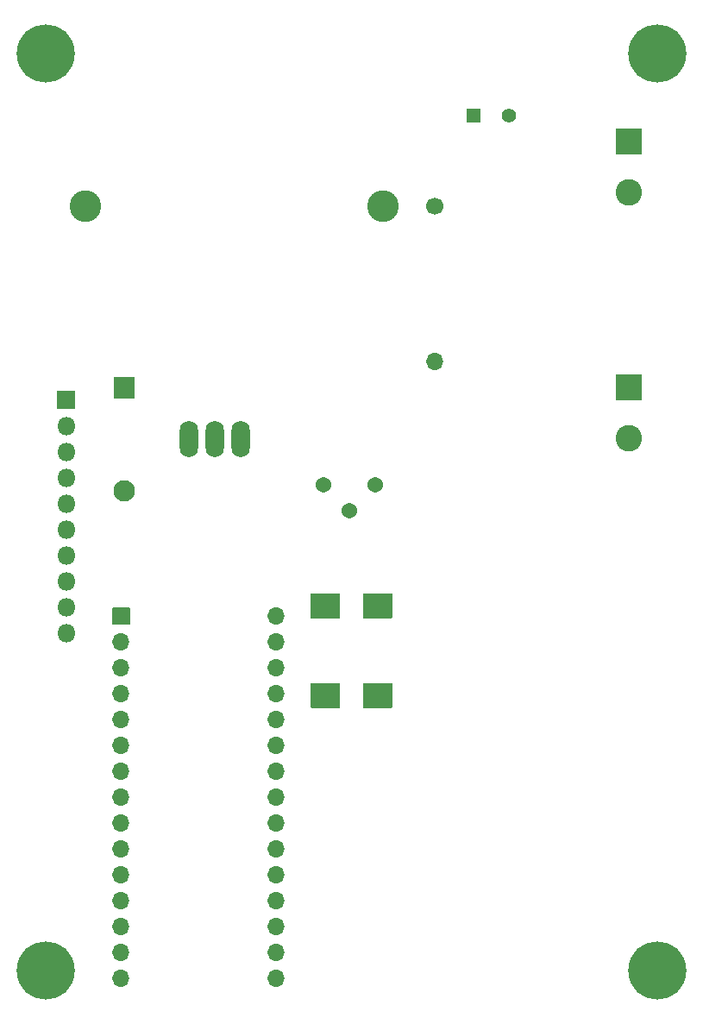
<source format=gbr>
%TF.GenerationSoftware,KiCad,Pcbnew,5.1.10*%
%TF.CreationDate,2021-10-26T18:05:11-04:00*%
%TF.ProjectId,BREAD_Slice,42524541-445f-4536-9c69-63652e6b6963,rev?*%
%TF.SameCoordinates,Original*%
%TF.FileFunction,Soldermask,Bot*%
%TF.FilePolarity,Negative*%
%FSLAX46Y46*%
G04 Gerber Fmt 4.6, Leading zero omitted, Abs format (unit mm)*
G04 Created by KiCad (PCBNEW 5.1.10) date 2021-10-26 18:05:11*
%MOMM*%
%LPD*%
G01*
G04 APERTURE LIST*
%ADD10O,1.700000X1.700000*%
%ADD11C,1.700000*%
%ADD12C,1.540000*%
%ADD13O,1.799260X3.600120*%
%ADD14C,3.100000*%
%ADD15C,2.600000*%
%ADD16C,2.098980*%
%ADD17C,1.400000*%
%ADD18C,5.700000*%
%ADD19O,1.800000X1.800000*%
G04 APERTURE END LIST*
D10*
%TO.C,R1*%
X165780000Y-75030000D03*
D11*
X165780000Y-59790000D03*
%TD*%
D12*
%TO.C,RV1*%
X154850000Y-87120000D03*
X157390000Y-89660000D03*
X159930000Y-87120000D03*
%TD*%
D13*
%TO.C,Q1*%
X141650000Y-82650000D03*
X146730000Y-82650000D03*
X144190000Y-82650000D03*
%TD*%
D14*
%TO.C,L1*%
X160690000Y-59790000D03*
X131490000Y-59790000D03*
%TD*%
D15*
%TO.C,J3*%
X184830000Y-58440000D03*
G36*
G01*
X183580000Y-52140000D02*
X186080000Y-52140000D01*
G75*
G02*
X186130000Y-52190000I0J-50000D01*
G01*
X186130000Y-54690000D01*
G75*
G02*
X186080000Y-54740000I-50000J0D01*
G01*
X183580000Y-54740000D01*
G75*
G02*
X183530000Y-54690000I0J50000D01*
G01*
X183530000Y-52190000D01*
G75*
G02*
X183580000Y-52140000I50000J0D01*
G01*
G37*
%TD*%
%TO.C,J2*%
X184830000Y-82570000D03*
G36*
G01*
X183580000Y-76270000D02*
X186080000Y-76270000D01*
G75*
G02*
X186130000Y-76320000I0J-50000D01*
G01*
X186130000Y-78820000D01*
G75*
G02*
X186080000Y-78870000I-50000J0D01*
G01*
X183580000Y-78870000D01*
G75*
G02*
X183530000Y-78820000I0J50000D01*
G01*
X183530000Y-76320000D01*
G75*
G02*
X183580000Y-76270000I50000J0D01*
G01*
G37*
%TD*%
%TO.C,D1*%
G36*
G01*
X136302030Y-78619490D02*
X134303050Y-78619490D01*
G75*
G02*
X134253050Y-78569490I0J50000D01*
G01*
X134253050Y-76570510D01*
G75*
G02*
X134303050Y-76520510I50000J0D01*
G01*
X136302030Y-76520510D01*
G75*
G02*
X136352030Y-76570510I0J-50000D01*
G01*
X136352030Y-78569490D01*
G75*
G02*
X136302030Y-78619490I-50000J0D01*
G01*
G37*
D16*
X135302540Y-87730000D03*
%TD*%
%TO.C,C3*%
G36*
G01*
X168890000Y-51550000D02*
X168890000Y-50250000D01*
G75*
G02*
X168940000Y-50200000I50000J0D01*
G01*
X170240000Y-50200000D01*
G75*
G02*
X170290000Y-50250000I0J-50000D01*
G01*
X170290000Y-51550000D01*
G75*
G02*
X170240000Y-51600000I-50000J0D01*
G01*
X168940000Y-51600000D01*
G75*
G02*
X168890000Y-51550000I0J50000D01*
G01*
G37*
D17*
X173090000Y-50900000D03*
%TD*%
D18*
%TO.C,H4*%
X187600000Y-134800000D03*
%TD*%
%TO.C,H3*%
X127600000Y-134800000D03*
%TD*%
%TO.C,H2*%
X187600000Y-44800000D03*
%TD*%
%TO.C,H1*%
X127600000Y-44800000D03*
%TD*%
%TO.C,C1*%
G36*
G01*
X158735000Y-100175001D02*
X158735000Y-97824999D01*
G75*
G02*
X158784999Y-97775000I49999J0D01*
G01*
X161555001Y-97775000D01*
G75*
G02*
X161605000Y-97824999I0J-49999D01*
G01*
X161605000Y-100175001D01*
G75*
G02*
X161555001Y-100225000I-49999J0D01*
G01*
X158784999Y-100225000D01*
G75*
G02*
X158735000Y-100175001I0J49999D01*
G01*
G37*
G36*
G01*
X153595000Y-100175001D02*
X153595000Y-97824999D01*
G75*
G02*
X153644999Y-97775000I49999J0D01*
G01*
X156415001Y-97775000D01*
G75*
G02*
X156465000Y-97824999I0J-49999D01*
G01*
X156465000Y-100175001D01*
G75*
G02*
X156415001Y-100225000I-49999J0D01*
G01*
X153644999Y-100225000D01*
G75*
G02*
X153595000Y-100175001I0J49999D01*
G01*
G37*
%TD*%
%TO.C,A1*%
G36*
G01*
X134150000Y-100800000D02*
X134150000Y-99200000D01*
G75*
G02*
X134200000Y-99150000I50000J0D01*
G01*
X135800000Y-99150000D01*
G75*
G02*
X135850000Y-99200000I0J-50000D01*
G01*
X135850000Y-100800000D01*
G75*
G02*
X135800000Y-100850000I-50000J0D01*
G01*
X134200000Y-100850000D01*
G75*
G02*
X134150000Y-100800000I0J50000D01*
G01*
G37*
D10*
X150240000Y-133020000D03*
X135000000Y-102540000D03*
X150240000Y-130480000D03*
X135000000Y-105080000D03*
X150240000Y-127940000D03*
X135000000Y-107620000D03*
X150240000Y-125400000D03*
X135000000Y-110160000D03*
X150240000Y-122860000D03*
X135000000Y-112700000D03*
X150240000Y-120320000D03*
X135000000Y-115240000D03*
X150240000Y-117780000D03*
X135000000Y-117780000D03*
X150240000Y-115240000D03*
X135000000Y-120320000D03*
X150240000Y-112700000D03*
X135000000Y-122860000D03*
X150240000Y-110160000D03*
X135000000Y-125400000D03*
X150240000Y-107620000D03*
X135000000Y-127940000D03*
X150240000Y-105080000D03*
X135000000Y-130480000D03*
X150240000Y-102540000D03*
X135000000Y-133020000D03*
X150240000Y-100000000D03*
X135000000Y-135560000D03*
X150240000Y-135560000D03*
%TD*%
%TO.C,C2*%
G36*
G01*
X153595000Y-108975001D02*
X153595000Y-106624999D01*
G75*
G02*
X153644999Y-106575000I49999J0D01*
G01*
X156415001Y-106575000D01*
G75*
G02*
X156465000Y-106624999I0J-49999D01*
G01*
X156465000Y-108975001D01*
G75*
G02*
X156415001Y-109025000I-49999J0D01*
G01*
X153644999Y-109025000D01*
G75*
G02*
X153595000Y-108975001I0J49999D01*
G01*
G37*
G36*
G01*
X158735000Y-108975001D02*
X158735000Y-106624999D01*
G75*
G02*
X158784999Y-106575000I49999J0D01*
G01*
X161555001Y-106575000D01*
G75*
G02*
X161605000Y-106624999I0J-49999D01*
G01*
X161605000Y-108975001D01*
G75*
G02*
X161555001Y-109025000I-49999J0D01*
G01*
X158784999Y-109025000D01*
G75*
G02*
X158735000Y-108975001I0J49999D01*
G01*
G37*
%TD*%
%TO.C,J1*%
G36*
G01*
X128700000Y-79650000D02*
X128700000Y-77950000D01*
G75*
G02*
X128750000Y-77900000I50000J0D01*
G01*
X130450000Y-77900000D01*
G75*
G02*
X130500000Y-77950000I0J-50000D01*
G01*
X130500000Y-79650000D01*
G75*
G02*
X130450000Y-79700000I-50000J0D01*
G01*
X128750000Y-79700000D01*
G75*
G02*
X128700000Y-79650000I0J50000D01*
G01*
G37*
D19*
X129600000Y-81340000D03*
X129600000Y-83880000D03*
X129600000Y-86420000D03*
X129600000Y-88960000D03*
X129600000Y-91500000D03*
X129600000Y-94040000D03*
X129600000Y-96580000D03*
X129600000Y-99120000D03*
X129600000Y-101660000D03*
%TD*%
M02*

</source>
